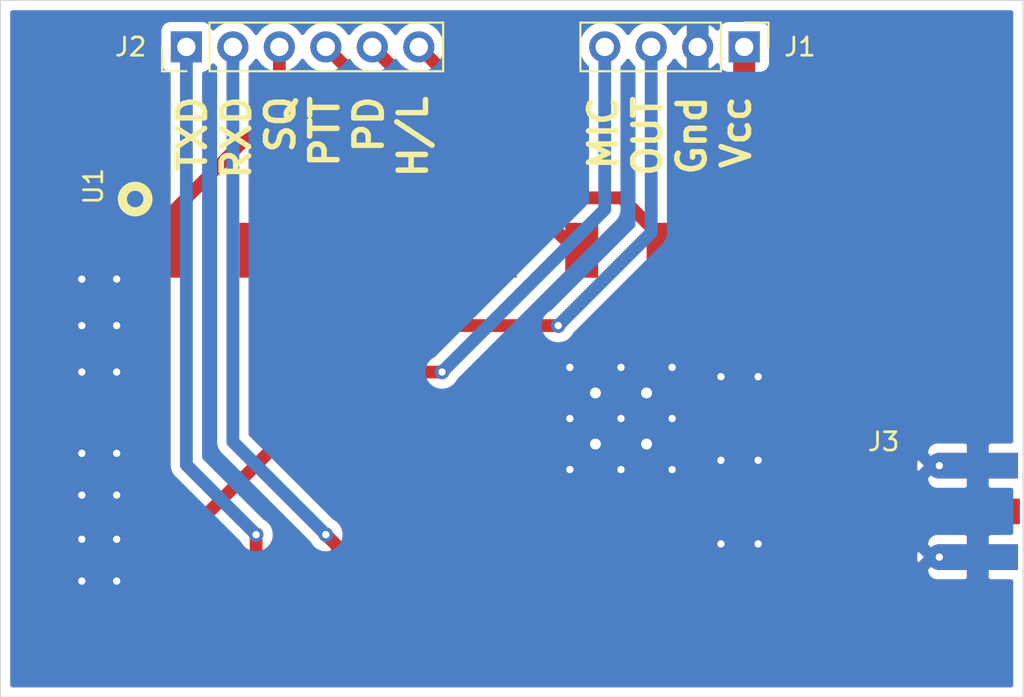
<source format=kicad_pcb>
(kicad_pcb (version 20171130) (host pcbnew 5.1.4)

  (general
    (thickness 1.6)
    (drawings 11)
    (tracks 79)
    (zones 0)
    (modules 4)
    (nets 12)
  )

  (page USLetter)
  (title_block
    (title "DRA818X Breakout PCB")
    (date 2019-10-17)
    (rev A)
    (company K7ARX)
  )

  (layers
    (0 F.Cu signal)
    (31 B.Cu signal)
    (32 B.Adhes user)
    (33 F.Adhes user)
    (34 B.Paste user)
    (35 F.Paste user)
    (36 B.SilkS user)
    (37 F.SilkS user)
    (38 B.Mask user)
    (39 F.Mask user)
    (40 Dwgs.User user)
    (41 Cmts.User user)
    (42 Eco1.User user)
    (43 Eco2.User user)
    (44 Edge.Cuts user)
    (45 Margin user)
    (46 B.CrtYd user)
    (47 F.CrtYd user)
    (48 B.Fab user)
    (49 F.Fab user)
  )

  (setup
    (last_trace_width 0.7)
    (trace_clearance 0.3)
    (zone_clearance 0.508)
    (zone_45_only no)
    (trace_min 0.2)
    (via_size 0.8)
    (via_drill 0.4)
    (via_min_size 0.4)
    (via_min_drill 0.3)
    (uvia_size 0.3)
    (uvia_drill 0.1)
    (uvias_allowed no)
    (uvia_min_size 0.2)
    (uvia_min_drill 0.1)
    (edge_width 0.05)
    (segment_width 0.2)
    (pcb_text_width 0.3)
    (pcb_text_size 1.5 1.5)
    (mod_edge_width 0.12)
    (mod_text_size 1 1)
    (mod_text_width 0.15)
    (pad_size 3 5.08)
    (pad_drill 0)
    (pad_to_mask_clearance 0.051)
    (solder_mask_min_width 0.25)
    (aux_axis_origin 0 0)
    (visible_elements FFFFFF7F)
    (pcbplotparams
      (layerselection 0x010fc_ffffffff)
      (usegerberextensions false)
      (usegerberattributes false)
      (usegerberadvancedattributes false)
      (creategerberjobfile false)
      (excludeedgelayer true)
      (linewidth 0.100000)
      (plotframeref false)
      (viasonmask false)
      (mode 1)
      (useauxorigin false)
      (hpglpennumber 1)
      (hpglpenspeed 20)
      (hpglpendiameter 15.000000)
      (psnegative false)
      (psa4output false)
      (plotreference true)
      (plotvalue true)
      (plotinvisibletext false)
      (padsonsilk false)
      (subtractmaskfromsilk false)
      (outputformat 1)
      (mirror false)
      (drillshape 1)
      (scaleselection 1)
      (outputdirectory ""))
  )

  (net 0 "")
  (net 1 VCC)
  (net 2 GND)
  (net 3 /AFOut)
  (net 4 /MIC)
  (net 5 /SQ)
  (net 6 /PTT)
  (net 7 /PD)
  (net 8 /HL)
  (net 9 /RXD)
  (net 10 /TXD)
  (net 11 /RF)

  (net_class Default "This is the default net class."
    (clearance 0.3)
    (trace_width 0.7)
    (via_dia 0.8)
    (via_drill 0.4)
    (uvia_dia 0.3)
    (uvia_drill 0.1)
    (add_net /AFOut)
    (add_net /HL)
    (add_net /MIC)
    (add_net /PD)
    (add_net /PTT)
    (add_net /RXD)
    (add_net /SQ)
    (add_net /TXD)
  )

  (net_class 50Ohm ""
    (clearance 0.5)
    (trace_width 3)
    (via_dia 0.8)
    (via_drill 0.4)
    (uvia_dia 0.3)
    (uvia_drill 0.1)
    (add_net /RF)
  )

  (net_class Power ""
    (clearance 0.3)
    (trace_width 1.2)
    (via_dia 0.8)
    (via_drill 0.4)
    (uvia_dia 0.3)
    (uvia_drill 0.1)
    (add_net GND)
    (add_net VCC)
  )

  (module k7arx:DRA818 (layer F.Cu) (tedit 5DAA84C8) (tstamp 5DA99AB6)
    (at 132.08 101.6)
    (path /5DA96132)
    (fp_text reference U1 (at -17.78 -12.7 90) (layer F.SilkS)
      (effects (font (size 1 1) (thickness 0.15)))
    )
    (fp_text value DRA818X (at -20.32 -12.7 90) (layer F.Fab) hide
      (effects (font (size 1 1) (thickness 0.15)))
    )
    (fp_circle (center -15.5 -12) (end -14.8 -12) (layer F.SilkS) (width 0.5))
    (pad 0 smd rect (at 11.05 0) (size 6.4 6.4) (layers F.Cu F.Paste F.Mask)
      (net 2 GND))
    (pad 0 smd rect (at -17.5 5.5) (size 3 8) (layers F.Cu F.Paste F.Mask)
      (net 2 GND))
    (pad 0 smd rect (at -17.5 -5.08) (size 3 6.6) (layers F.Cu F.Paste F.Mask)
      (net 2 GND))
    (pad 18 smd rect (at -13.35 9.2) (size 1.8 3) (layers F.Cu F.Paste F.Mask)
      (net 4 /MIC))
    (pad 17 smd rect (at -8.89 9.2) (size 1.8 3) (layers F.Cu F.Paste F.Mask)
      (net 10 /TXD))
    (pad 16 smd rect (at -4.45 9.2) (size 1.8 3) (layers F.Cu F.Paste F.Mask)
      (net 9 /RXD))
    (pad 15 smd rect (at 0 9.2) (size 1.8 3) (layers F.Cu F.Paste F.Mask))
    (pad 14 smd rect (at 4.45 9.2) (size 1.8 3) (layers F.Cu F.Paste F.Mask))
    (pad 13 smd rect (at 9.2 9.2) (size 1.8 3) (layers F.Cu F.Paste F.Mask))
    (pad 12 smd rect (at 13.35 9.2) (size 1.8 3) (layers F.Cu F.Paste F.Mask)
      (net 11 /RF))
    (pad 11 smd rect (at 17.5 6.9) (size 3 1.8) (layers F.Cu F.Paste F.Mask)
      (net 2 GND))
    (pad 10 smd rect (at 17.5 2.3) (size 3 1.8) (layers F.Cu F.Paste F.Mask)
      (net 2 GND))
    (pad 9 smd rect (at 17.5 -2.3) (size 3 1.8) (layers F.Cu F.Paste F.Mask)
      (net 2 GND))
    (pad 8 smd rect (at 17.5 -6.9) (size 3 1.8) (layers F.Cu F.Paste F.Mask)
      (net 1 VCC))
    (pad 7 smd rect (at 13.35 -9.2) (size 1.8 3) (layers F.Cu F.Paste F.Mask)
      (net 8 /HL))
    (pad 6 smd rect (at 8.9 -9.2) (size 1.8 3) (layers F.Cu F.Paste F.Mask)
      (net 7 /PD))
    (pad 5 smd rect (at 4.45 -9.2) (size 1.8 3) (layers F.Cu F.Paste F.Mask)
      (net 6 /PTT))
    (pad 4 smd rect (at 0 -9.2) (size 1.8 3) (layers F.Cu F.Paste F.Mask))
    (pad 3 smd rect (at -4.45 -9.2) (size 1.8 3) (layers F.Cu F.Paste F.Mask)
      (net 3 /AFOut))
    (pad 2 smd rect (at -8.9 -9.2) (size 1.8 3) (layers F.Cu F.Paste F.Mask))
    (pad 1 smd rect (at -13.35 -9.2) (size 1.8 3) (layers F.Cu F.Paste F.Mask)
      (net 5 /SQ))
  )

  (module k7arx:SMA_Board_Edge (layer F.Cu) (tedit 5DAA7EC6) (tstamp 5DAACDA5)
    (at 164.925 106.68 180)
    (path /5DA97D80)
    (fp_text reference J3 (at 7.445 3.81) (layer F.SilkS)
      (effects (font (size 1 1) (thickness 0.15)))
    )
    (fp_text value Conn_Coaxial (at 6.985 -6.985) (layer F.Fab) hide
      (effects (font (size 1 1) (thickness 0.15)))
    )
    (pad 1 smd rect (at 5.5 0 180) (size 1.4 1.4) (layers F.Cu F.Paste F.Mask)
      (net 11 /RF))
    (pad 2 smd rect (at 2.3 2.5 180) (size 4.4 1.4) (layers B.Cu B.Paste B.Mask)
      (net 2 GND))
    (pad 2 smd rect (at 2.3 -2.5 180) (size 4.4 1.4) (layers B.Cu B.Paste B.Mask)
      (net 2 GND))
    (pad 2 thru_hole circle (at 4.4 2.5 180) (size 1.4 1.4) (drill 0.4) (layers *.Cu *.Mask)
      (net 2 GND))
    (pad 2 thru_hole circle (at 4.4 -2.5 180) (size 1.4 1.4) (drill 0.4) (layers *.Cu *.Mask)
      (net 2 GND))
    (pad 2 smd rect (at 2.3 2.5 180) (size 4.4 1.4) (layers F.Cu F.Paste F.Mask)
      (net 2 GND))
    (pad 2 smd rect (at 2.3 -2.5 180) (size 4.4 1.4) (layers F.Cu F.Paste F.Mask)
      (net 2 GND))
    (pad 1 smd rect (at 3 0 180) (size 6 1.4) (layers F.Cu F.Paste F.Mask)
      (net 11 /RF))
  )

  (module Connector_PinHeader_2.54mm:PinHeader_1x04_P2.54mm_Vertical (layer F.Cu) (tedit 59FED5CC) (tstamp 5DA99A5B)
    (at 149.86 81.28 270)
    (descr "Through hole straight pin header, 1x04, 2.54mm pitch, single row")
    (tags "Through hole pin header THT 1x04 2.54mm single row")
    (path /5DA9D830)
    (fp_text reference J1 (at 0 -3.048 180) (layer F.SilkS)
      (effects (font (size 1 1) (thickness 0.15)))
    )
    (fp_text value Conn_01x04 (at 0 9.95 90) (layer F.Fab) hide
      (effects (font (size 1 1) (thickness 0.15)))
    )
    (fp_line (start -0.635 -1.27) (end 1.27 -1.27) (layer F.Fab) (width 0.1))
    (fp_line (start 1.27 -1.27) (end 1.27 8.89) (layer F.Fab) (width 0.1))
    (fp_line (start 1.27 8.89) (end -1.27 8.89) (layer F.Fab) (width 0.1))
    (fp_line (start -1.27 8.89) (end -1.27 -0.635) (layer F.Fab) (width 0.1))
    (fp_line (start -1.27 -0.635) (end -0.635 -1.27) (layer F.Fab) (width 0.1))
    (fp_line (start -1.33 8.95) (end 1.33 8.95) (layer F.SilkS) (width 0.12))
    (fp_line (start -1.33 1.27) (end -1.33 8.95) (layer F.SilkS) (width 0.12))
    (fp_line (start 1.33 1.27) (end 1.33 8.95) (layer F.SilkS) (width 0.12))
    (fp_line (start -1.33 1.27) (end 1.33 1.27) (layer F.SilkS) (width 0.12))
    (fp_line (start -1.33 0) (end -1.33 -1.33) (layer F.SilkS) (width 0.12))
    (fp_line (start -1.33 -1.33) (end 0 -1.33) (layer F.SilkS) (width 0.12))
    (fp_line (start -1.8 -1.8) (end -1.8 9.4) (layer F.CrtYd) (width 0.05))
    (fp_line (start -1.8 9.4) (end 1.8 9.4) (layer F.CrtYd) (width 0.05))
    (fp_line (start 1.8 9.4) (end 1.8 -1.8) (layer F.CrtYd) (width 0.05))
    (fp_line (start 1.8 -1.8) (end -1.8 -1.8) (layer F.CrtYd) (width 0.05))
    (fp_text user %R (at 0 3.81) (layer F.Fab) hide
      (effects (font (size 1 1) (thickness 0.15)))
    )
    (pad 1 thru_hole rect (at 0 0 270) (size 1.7 1.7) (drill 1) (layers *.Cu *.Mask)
      (net 1 VCC))
    (pad 2 thru_hole oval (at 0 2.54 270) (size 1.7 1.7) (drill 1) (layers *.Cu *.Mask)
      (net 2 GND))
    (pad 3 thru_hole oval (at 0 5.08 270) (size 1.7 1.7) (drill 1) (layers *.Cu *.Mask)
      (net 3 /AFOut))
    (pad 4 thru_hole oval (at 0 7.62 270) (size 1.7 1.7) (drill 1) (layers *.Cu *.Mask)
      (net 4 /MIC))
    (model ${KISYS3DMOD}/Connector_PinHeader_2.54mm.3dshapes/PinHeader_1x04_P2.54mm_Vertical.wrl
      (at (xyz 0 0 0))
      (scale (xyz 1 1 1))
      (rotate (xyz 0 0 0))
    )
  )

  (module Connector_PinHeader_2.54mm:PinHeader_1x06_P2.54mm_Vertical (layer F.Cu) (tedit 59FED5CC) (tstamp 5DA9A26B)
    (at 119.38 81.28 90)
    (descr "Through hole straight pin header, 1x06, 2.54mm pitch, single row")
    (tags "Through hole pin header THT 1x06 2.54mm single row")
    (path /5DA9BBE0)
    (fp_text reference J2 (at 0 -3.048 180) (layer F.SilkS)
      (effects (font (size 1 1) (thickness 0.15)))
    )
    (fp_text value Conn_01x06 (at 0 15.03 90) (layer F.Fab) hide
      (effects (font (size 1 1) (thickness 0.15)))
    )
    (fp_line (start -0.635 -1.27) (end 1.27 -1.27) (layer F.Fab) (width 0.1))
    (fp_line (start 1.27 -1.27) (end 1.27 13.97) (layer F.Fab) (width 0.1))
    (fp_line (start 1.27 13.97) (end -1.27 13.97) (layer F.Fab) (width 0.1))
    (fp_line (start -1.27 13.97) (end -1.27 -0.635) (layer F.Fab) (width 0.1))
    (fp_line (start -1.27 -0.635) (end -0.635 -1.27) (layer F.Fab) (width 0.1))
    (fp_line (start -1.33 14.03) (end 1.33 14.03) (layer F.SilkS) (width 0.12))
    (fp_line (start -1.33 1.27) (end -1.33 14.03) (layer F.SilkS) (width 0.12))
    (fp_line (start 1.33 1.27) (end 1.33 14.03) (layer F.SilkS) (width 0.12))
    (fp_line (start -1.33 1.27) (end 1.33 1.27) (layer F.SilkS) (width 0.12))
    (fp_line (start -1.33 0) (end -1.33 -1.33) (layer F.SilkS) (width 0.12))
    (fp_line (start -1.33 -1.33) (end 0 -1.33) (layer F.SilkS) (width 0.12))
    (fp_line (start -1.8 -1.8) (end -1.8 14.5) (layer F.CrtYd) (width 0.05))
    (fp_line (start -1.8 14.5) (end 1.8 14.5) (layer F.CrtYd) (width 0.05))
    (fp_line (start 1.8 14.5) (end 1.8 -1.8) (layer F.CrtYd) (width 0.05))
    (fp_line (start 1.8 -1.8) (end -1.8 -1.8) (layer F.CrtYd) (width 0.05))
    (fp_text user %R (at 0 6.35) (layer F.Fab) hide
      (effects (font (size 1 1) (thickness 0.15)))
    )
    (pad 1 thru_hole rect (at 0 0 90) (size 1.7 1.7) (drill 1) (layers *.Cu *.Mask)
      (net 10 /TXD))
    (pad 2 thru_hole oval (at 0 2.54 90) (size 1.7 1.7) (drill 1) (layers *.Cu *.Mask)
      (net 9 /RXD))
    (pad 3 thru_hole oval (at 0 5.08 90) (size 1.7 1.7) (drill 1) (layers *.Cu *.Mask)
      (net 5 /SQ))
    (pad 4 thru_hole oval (at 0 7.62 90) (size 1.7 1.7) (drill 1) (layers *.Cu *.Mask)
      (net 6 /PTT))
    (pad 5 thru_hole oval (at 0 10.16 90) (size 1.7 1.7) (drill 1) (layers *.Cu *.Mask)
      (net 7 /PD))
    (pad 6 thru_hole oval (at 0 12.7 90) (size 1.7 1.7) (drill 1) (layers *.Cu *.Mask)
      (net 8 /HL))
    (model ${KISYS3DMOD}/Connector_PinHeader_2.54mm.3dshapes/PinHeader_1x06_P2.54mm_Vertical.wrl
      (at (xyz 0 0 0))
      (scale (xyz 1 1 1))
      (rotate (xyz 0 0 0))
    )
  )

  (gr_poly (pts (xy 141.097 99.568) (xy 142.367 99.568) (xy 142.367 100.838) (xy 141.097 100.838)) (layer B.Mask) (width 0.1))
  (gr_poly (pts (xy 141.097 102.362) (xy 142.367 102.362) (xy 142.367 103.632) (xy 141.097 103.632)) (layer B.Mask) (width 0.1))
  (gr_poly (pts (xy 143.891 102.362) (xy 145.161 102.362) (xy 145.161 103.632) (xy 143.891 103.632)) (layer B.Mask) (width 0.1))
  (gr_poly (pts (xy 143.891 99.568) (xy 145.161 99.568) (xy 145.161 100.838) (xy 143.891 100.838)) (layer B.Mask) (width 0.1))
  (gr_text "DRA818X\nK7ARX" (at 160.02 90.17 90) (layer F.Cu)
    (effects (font (size 2.2 2.2) (thickness 0.4)))
  )
  (gr_text "MIC\nOUT\nGnd\nVcc" (at 145.796 83.82 90) (layer F.SilkS) (tstamp 5DA9A1B0)
    (effects (font (size 1.5 1.5) (thickness 0.3)) (justify right))
  )
  (gr_text "TXD\nRXD\nSQ\nPTT\nPD\nH/L" (at 125.73 83.82 90) (layer F.SilkS)
    (effects (font (size 1.5 1.5) (thickness 0.3)) (justify right))
  )
  (gr_line (start 109.22 116.84) (end 165.1 116.84) (layer Edge.Cuts) (width 0.05) (tstamp 5DA99E0A))
  (gr_line (start 109.22 78.74) (end 109.22 116.84) (layer Edge.Cuts) (width 0.05))
  (gr_line (start 165.1 78.74) (end 109.22 78.74) (layer Edge.Cuts) (width 0.05))
  (gr_line (start 165.1 116.84) (end 165.1 78.74) (layer Edge.Cuts) (width 0.05))

  (via (at 145.923 104.394) (size 0.8) (drill 0.4) (layers F.Cu B.Cu) (net 2))
  (via (at 140.335 104.394) (size 0.8) (drill 0.4) (layers F.Cu B.Cu) (net 2))
  (via (at 141.732 102.997) (size 1) (drill 0.6) (layers F.Cu B.Cu) (net 2))
  (via (at 144.526 102.997) (size 1) (drill 0.6) (layers F.Cu B.Cu) (net 2))
  (via (at 145.923 98.806) (size 0.8) (drill 0.4) (layers F.Cu B.Cu) (net 2))
  (via (at 144.526 100.203) (size 1) (drill 0.6) (layers F.Cu B.Cu) (net 2))
  (via (at 140.335 98.806) (size 0.8) (drill 0.4) (layers F.Cu B.Cu) (net 2))
  (via (at 141.732 100.203) (size 1) (drill 0.6) (layers F.Cu B.Cu) (net 2))
  (via (at 140.335 101.6) (size 0.8) (drill 0.4) (layers F.Cu B.Cu) (net 2))
  (via (at 145.923 101.6) (size 0.8) (drill 0.4) (layers F.Cu B.Cu) (net 2))
  (via (at 143.129 104.394) (size 0.8) (drill 0.4) (layers F.Cu B.Cu) (net 2))
  (via (at 143.129 98.806) (size 0.8) (drill 0.4) (layers F.Cu B.Cu) (net 2))
  (via (at 143.129 101.6) (size 0.8) (drill 0.4) (layers F.Cu B.Cu) (net 2))
  (via (at 113.665 96.52) (size 0.8) (drill 0.4) (layers F.Cu B.Cu) (net 2))
  (via (at 115.57 96.52) (size 0.8) (drill 0.4) (layers F.Cu B.Cu) (net 2))
  (via (at 148.59 108.458) (size 0.8) (drill 0.4) (layers F.Cu B.Cu) (net 2))
  (via (at 150.622 108.458) (size 0.8) (drill 0.4) (layers F.Cu B.Cu) (net 2))
  (via (at 148.59 103.886) (size 0.8) (drill 0.4) (layers F.Cu B.Cu) (net 2))
  (via (at 150.622 103.886) (size 0.8) (drill 0.4) (layers F.Cu B.Cu) (net 2))
  (via (at 148.59 99.314) (size 0.8) (drill 0.4) (layers F.Cu B.Cu) (net 2))
  (via (at 150.622 99.314) (size 0.8) (drill 0.4) (layers F.Cu B.Cu) (net 2))
  (via (at 115.57 110.49) (size 0.8) (drill 0.4) (layers F.Cu B.Cu) (net 2))
  (via (at 115.57 108.204) (size 0.8) (drill 0.4) (layers F.Cu B.Cu) (net 2))
  (via (at 113.665 108.204) (size 0.8) (drill 0.4) (layers F.Cu B.Cu) (net 2))
  (via (at 113.665 110.49) (size 0.8) (drill 0.4) (layers F.Cu B.Cu) (net 2))
  (via (at 113.665 105.791) (size 0.8) (drill 0.4) (layers F.Cu B.Cu) (net 2) (tstamp 5DAADB41))
  (via (at 113.665 103.505) (size 0.8) (drill 0.4) (layers F.Cu B.Cu) (net 2))
  (via (at 115.57 103.505) (size 0.8) (drill 0.4) (layers F.Cu B.Cu) (net 2))
  (via (at 115.57 105.791) (size 0.8) (drill 0.4) (layers F.Cu B.Cu) (net 2))
  (via (at 113.665 99.06) (size 0.8) (drill 0.4) (layers F.Cu B.Cu) (net 2))
  (via (at 115.57 99.06) (size 0.8) (drill 0.4) (layers F.Cu B.Cu) (net 2))
  (via (at 115.57 93.98) (size 0.8) (drill 0.4) (layers F.Cu B.Cu) (net 2))
  (via (at 113.665 93.98) (size 0.8) (drill 0.4) (layers F.Cu B.Cu) (net 2))
  (segment (start 149.86 94.42) (end 149.58 94.7) (width 0.7) (layer F.Cu) (net 1))
  (segment (start 149.86 81.28) (end 149.86 94.42) (width 1.2) (layer F.Cu) (net 1))
  (segment (start 127.63 93) (end 131.15 96.52) (width 0.7) (layer F.Cu) (net 3))
  (segment (start 127.63 92.4) (end 127.63 93) (width 0.7) (layer F.Cu) (net 3))
  (via (at 139.7 96.52) (size 0.8) (drill 0.4) (layers F.Cu B.Cu) (net 3))
  (segment (start 144.78 91.44) (end 144.78 81.28) (width 0.7) (layer B.Cu) (net 3))
  (segment (start 139.7 96.52) (end 144.78 91.44) (width 0.7) (layer B.Cu) (net 3))
  (segment (start 131.15 96.52) (end 139.7 96.52) (width 0.7) (layer F.Cu) (net 3))
  (segment (start 118.73 110.8) (end 118.73 108.6) (width 0.7) (layer F.Cu) (net 4))
  (via (at 133.35 99.06) (size 0.8) (drill 0.4) (layers F.Cu B.Cu) (net 4))
  (segment (start 118.73 108.6) (end 128.27 99.06) (width 0.7) (layer F.Cu) (net 4))
  (segment (start 142.24 81.28) (end 142.24 90.17) (width 0.7) (layer B.Cu) (net 4))
  (segment (start 142.24 90.17) (end 133.35 99.06) (width 0.7) (layer B.Cu) (net 4))
  (segment (start 133.35 99.06) (end 128.27 99.06) (width 0.7) (layer F.Cu) (net 4))
  (segment (start 119.055 92.4) (end 118.73 92.4) (width 0.7) (layer F.Cu) (net 5))
  (segment (start 124.46 84.47) (end 124.46 84.455) (width 0.7) (layer F.Cu) (net 5))
  (segment (start 118.73 92.4) (end 118.73 90.2) (width 0.7) (layer F.Cu) (net 5))
  (segment (start 118.73 90.2) (end 124.46 84.47) (width 0.7) (layer F.Cu) (net 5))
  (segment (start 124.46 81.28) (end 124.46 84.455) (width 0.7) (layer F.Cu) (net 5))
  (segment (start 127.849999 82.129999) (end 127 81.28) (width 0.7) (layer F.Cu) (net 6))
  (segment (start 136.53 90.81) (end 127.849999 82.129999) (width 0.7) (layer F.Cu) (net 6))
  (segment (start 136.53 92.4) (end 136.53 90.81) (width 0.7) (layer F.Cu) (net 6))
  (segment (start 140.66 92.4) (end 140.98 92.4) (width 0.7) (layer F.Cu) (net 7))
  (segment (start 129.54 81.28) (end 140.66 92.4) (width 0.7) (layer F.Cu) (net 7))
  (segment (start 145.43 91.8) (end 145.43 92.4) (width 0.7) (layer F.Cu) (net 8))
  (segment (start 140.335 89.535) (end 143.165 89.535) (width 0.7) (layer F.Cu) (net 8))
  (segment (start 143.165 89.535) (end 143.655 90.025) (width 0.7) (layer F.Cu) (net 8))
  (segment (start 132.08 81.28) (end 140.335 89.535) (width 0.7) (layer F.Cu) (net 8))
  (segment (start 143.655 90.025) (end 145.43 91.8) (width 0.7) (layer F.Cu) (net 8))
  (segment (start 127.63 110.8) (end 127.63 108.58) (width 0.7) (layer F.Cu) (net 9))
  (via (at 127 107.95) (size 0.8) (drill 0.4) (layers F.Cu B.Cu) (net 9))
  (segment (start 127.63 108.58) (end 127 107.95) (width 0.7) (layer F.Cu) (net 9))
  (segment (start 127 107.95) (end 123.19 104.14) (width 0.7) (layer B.Cu) (net 9))
  (segment (start 121.92 102.87) (end 123.19 104.14) (width 0.7) (layer B.Cu) (net 9))
  (segment (start 121.92 81.28) (end 121.92 102.87) (width 0.7) (layer B.Cu) (net 9))
  (via (at 123.19 107.95) (size 0.8) (drill 0.4) (layers F.Cu B.Cu) (net 10))
  (segment (start 123.19 110.8) (end 123.19 107.95) (width 0.7) (layer F.Cu) (net 10))
  (segment (start 119.38 104.14) (end 119.38 81.28) (width 0.7) (layer B.Cu) (net 10))
  (segment (start 123.19 107.95) (end 119.38 104.14) (width 0.7) (layer B.Cu) (net 10))
  (segment (start 154.94 108.458) (end 154.94 112.268) (width 2.999999) (layer F.Cu) (net 11))
  (segment (start 154.94 112.268) (end 153.162 114.046) (width 3) (layer F.Cu) (net 11))
  (segment (start 153.162 114.046) (end 147.066 114.046) (width 3) (layer F.Cu) (net 11))
  (segment (start 145.43 112.41) (end 145.43 110.8) (width 3) (layer F.Cu) (net 11))
  (segment (start 147.066 114.046) (end 145.43 112.41) (width 3) (layer F.Cu) (net 11))
  (segment (start 156.718 106.68) (end 154.94 108.458) (width 3) (layer F.Cu) (net 11))
  (segment (start 159.425 106.68) (end 156.718 106.68) (width 3) (layer F.Cu) (net 11))

  (zone (net 2) (net_name GND) (layer B.Cu) (tstamp 5DAACDC8) (hatch edge 0.508)
    (connect_pads (clearance 0.508))
    (min_thickness 0.254)
    (fill yes (arc_segments 32) (thermal_gap 0.508) (thermal_bridge_width 1.2))
    (polygon
      (pts
        (xy 109.22 78.74) (xy 165.1 78.74) (xy 165.1 116.84) (xy 109.22 116.84)
      )
    )
    (filled_polygon
      (pts
        (xy 164.44 102.842682) (xy 163.25675 102.845) (xy 163.098 103.00375) (xy 163.098 103.707) (xy 163.118 103.707)
        (xy 163.118 104.653) (xy 163.098 104.653) (xy 163.098 105.35625) (xy 163.25675 105.515) (xy 164.44 105.517318)
        (xy 164.44 107.842682) (xy 163.25675 107.845) (xy 163.098 108.00375) (xy 163.098 108.707) (xy 163.118 108.707)
        (xy 163.118 109.653) (xy 163.098 109.653) (xy 163.098 110.35625) (xy 163.25675 110.515) (xy 164.44 110.517318)
        (xy 164.44 116.18) (xy 109.88 116.18) (xy 109.88 109.084007) (xy 159.18698 109.084007) (xy 159.193963 109.346886)
        (xy 159.231417 109.535183) (xy 159.42403 109.612047) (xy 159.79 109.246077) (xy 159.79 109.653002) (xy 159.948748 109.653002)
        (xy 159.79 109.81175) (xy 159.786928 109.88) (xy 159.799188 110.004482) (xy 159.835498 110.12418) (xy 159.894463 110.234494)
        (xy 159.973815 110.331185) (xy 160.070506 110.410537) (xy 160.164764 110.460919) (xy 160.169817 110.473583) (xy 160.226062 110.483226)
        (xy 160.300518 110.505812) (xy 160.425 110.518072) (xy 161.99325 110.515) (xy 162.152 110.35625) (xy 162.152 109.653)
        (xy 162.132 109.653) (xy 162.132 108.707) (xy 162.152 108.707) (xy 162.152 108.00375) (xy 161.99325 107.845)
        (xy 160.622951 107.842316) (xy 160.620993 107.84198) (xy 160.609356 107.842289) (xy 160.425 107.841928) (xy 160.300518 107.854188)
        (xy 160.240852 107.872287) (xy 160.169817 107.886417) (xy 160.164764 107.899081) (xy 160.070506 107.949463) (xy 159.973815 108.028815)
        (xy 159.894463 108.125506) (xy 159.835498 108.23582) (xy 159.799188 108.355518) (xy 159.786928 108.48) (xy 159.79 108.54825)
        (xy 159.948748 108.706998) (xy 159.79 108.706998) (xy 159.79 109.113923) (xy 159.42403 108.747953) (xy 159.231417 108.824817)
        (xy 159.18698 109.084007) (xy 109.88 109.084007) (xy 109.88 80.43) (xy 117.891928 80.43) (xy 117.891928 82.13)
        (xy 117.904188 82.254482) (xy 117.940498 82.37418) (xy 117.999463 82.484494) (xy 118.078815 82.581185) (xy 118.175506 82.660537)
        (xy 118.28582 82.719502) (xy 118.395001 82.752622) (xy 118.395 104.09162) (xy 118.390235 104.14) (xy 118.395 104.188379)
        (xy 118.409253 104.333093) (xy 118.465576 104.518766) (xy 118.55704 104.689884) (xy 118.68013 104.83987) (xy 118.717716 104.870716)
        (xy 122.26257 108.415571) (xy 122.272795 108.440256) (xy 122.386063 108.609774) (xy 122.530226 108.753937) (xy 122.699744 108.867205)
        (xy 122.888102 108.945226) (xy 123.088061 108.985) (xy 123.291939 108.985) (xy 123.491898 108.945226) (xy 123.680256 108.867205)
        (xy 123.849774 108.753937) (xy 123.993937 108.609774) (xy 124.107205 108.440256) (xy 124.185226 108.251898) (xy 124.225 108.051939)
        (xy 124.225 107.848061) (xy 124.185226 107.648102) (xy 124.107205 107.459744) (xy 123.993937 107.290226) (xy 123.849774 107.146063)
        (xy 123.680256 107.032795) (xy 123.655571 107.02257) (xy 120.365 103.732) (xy 120.365 82.752621) (xy 120.47418 82.719502)
        (xy 120.584494 82.660537) (xy 120.681185 82.581185) (xy 120.760537 82.484494) (xy 120.819502 82.37418) (xy 120.840393 82.305313)
        (xy 120.864866 82.335134) (xy 120.935 82.392692) (xy 120.935001 102.82161) (xy 120.930235 102.87) (xy 120.949253 103.063093)
        (xy 121.005576 103.248766) (xy 121.005577 103.248767) (xy 121.097041 103.419884) (xy 121.220131 103.56987) (xy 121.257711 103.600711)
        (xy 122.45929 104.80229) (xy 126.07257 108.415571) (xy 126.082795 108.440256) (xy 126.196063 108.609774) (xy 126.340226 108.753937)
        (xy 126.509744 108.867205) (xy 126.698102 108.945226) (xy 126.898061 108.985) (xy 127.101939 108.985) (xy 127.301898 108.945226)
        (xy 127.490256 108.867205) (xy 127.659774 108.753937) (xy 127.803937 108.609774) (xy 127.917205 108.440256) (xy 127.995226 108.251898)
        (xy 128.035 108.051939) (xy 128.035 107.848061) (xy 127.995226 107.648102) (xy 127.917205 107.459744) (xy 127.803937 107.290226)
        (xy 127.659774 107.146063) (xy 127.490256 107.032795) (xy 127.465571 107.02257) (xy 124.527008 104.084007) (xy 159.18698 104.084007)
        (xy 159.193963 104.346886) (xy 159.231417 104.535183) (xy 159.42403 104.612047) (xy 159.79 104.246077) (xy 159.79 104.653002)
        (xy 159.948748 104.653002) (xy 159.79 104.81175) (xy 159.786928 104.88) (xy 159.799188 105.004482) (xy 159.835498 105.12418)
        (xy 159.894463 105.234494) (xy 159.973815 105.331185) (xy 160.070506 105.410537) (xy 160.164764 105.460919) (xy 160.169817 105.473583)
        (xy 160.226062 105.483226) (xy 160.300518 105.505812) (xy 160.425 105.518072) (xy 161.99325 105.515) (xy 162.152 105.35625)
        (xy 162.152 104.653) (xy 162.132 104.653) (xy 162.132 103.707) (xy 162.152 103.707) (xy 162.152 103.00375)
        (xy 161.99325 102.845) (xy 160.622951 102.842316) (xy 160.620993 102.84198) (xy 160.609356 102.842289) (xy 160.425 102.841928)
        (xy 160.300518 102.854188) (xy 160.240852 102.872287) (xy 160.169817 102.886417) (xy 160.164764 102.899081) (xy 160.070506 102.949463)
        (xy 159.973815 103.028815) (xy 159.894463 103.125506) (xy 159.835498 103.23582) (xy 159.799188 103.355518) (xy 159.786928 103.48)
        (xy 159.79 103.54825) (xy 159.948748 103.706998) (xy 159.79 103.706998) (xy 159.79 104.113923) (xy 159.42403 103.747953)
        (xy 159.231417 103.824817) (xy 159.18698 104.084007) (xy 124.527008 104.084007) (xy 123.85229 103.40929) (xy 122.905 102.462)
        (xy 122.905 98.958061) (xy 132.315 98.958061) (xy 132.315 99.161939) (xy 132.354774 99.361898) (xy 132.432795 99.550256)
        (xy 132.546063 99.719774) (xy 132.690226 99.863937) (xy 132.859744 99.977205) (xy 133.048102 100.055226) (xy 133.248061 100.095)
        (xy 133.451939 100.095) (xy 133.651898 100.055226) (xy 133.840256 99.977205) (xy 134.009774 99.863937) (xy 134.153937 99.719774)
        (xy 134.267205 99.550256) (xy 134.277431 99.525569) (xy 142.90229 90.900711) (xy 142.93987 90.86987) (xy 143.06296 90.719884)
        (xy 143.154424 90.548767) (xy 143.210747 90.363094) (xy 143.225 90.21838) (xy 143.229765 90.17) (xy 143.225 90.12162)
        (xy 143.225 82.392692) (xy 143.295134 82.335134) (xy 143.480706 82.109014) (xy 143.51 82.054209) (xy 143.539294 82.109014)
        (xy 143.724866 82.335134) (xy 143.795001 82.392692) (xy 143.795 91.031999) (xy 139.234431 95.592569) (xy 139.209744 95.602795)
        (xy 139.040226 95.716063) (xy 138.896063 95.860226) (xy 138.782795 96.029744) (xy 138.704774 96.218102) (xy 138.665 96.418061)
        (xy 138.665 96.621939) (xy 138.704774 96.821898) (xy 138.782795 97.010256) (xy 138.896063 97.179774) (xy 139.040226 97.323937)
        (xy 139.209744 97.437205) (xy 139.398102 97.515226) (xy 139.598061 97.555) (xy 139.801939 97.555) (xy 140.001898 97.515226)
        (xy 140.190256 97.437205) (xy 140.359774 97.323937) (xy 140.503937 97.179774) (xy 140.617205 97.010256) (xy 140.627431 96.985569)
        (xy 145.44229 92.170711) (xy 145.47987 92.13987) (xy 145.60296 91.989884) (xy 145.694424 91.818767) (xy 145.750747 91.633094)
        (xy 145.765 91.48838) (xy 145.765 91.488379) (xy 145.769765 91.44) (xy 145.765 91.39162) (xy 145.765 82.392692)
        (xy 145.835134 82.335134) (xy 146.020706 82.109014) (xy 146.054703 82.04541) (xy 146.163044 82.210984) (xy 146.366901 82.418806)
        (xy 146.607385 82.582865) (xy 146.632618 82.596332) (xy 146.847 82.519036) (xy 146.847 81.753) (xy 146.827 81.753)
        (xy 146.827 80.807) (xy 146.847 80.807) (xy 146.847 80.040964) (xy 147.793 80.040964) (xy 147.793 80.807)
        (xy 147.813 80.807) (xy 147.813 81.753) (xy 147.793 81.753) (xy 147.793 82.519036) (xy 148.007382 82.596332)
        (xy 148.032615 82.582865) (xy 148.273099 82.418806) (xy 148.396022 82.293492) (xy 148.420498 82.37418) (xy 148.479463 82.484494)
        (xy 148.558815 82.581185) (xy 148.655506 82.660537) (xy 148.76582 82.719502) (xy 148.885518 82.755812) (xy 149.01 82.768072)
        (xy 150.71 82.768072) (xy 150.834482 82.755812) (xy 150.95418 82.719502) (xy 151.064494 82.660537) (xy 151.161185 82.581185)
        (xy 151.240537 82.484494) (xy 151.299502 82.37418) (xy 151.335812 82.254482) (xy 151.348072 82.13) (xy 151.348072 80.43)
        (xy 151.335812 80.305518) (xy 151.299502 80.18582) (xy 151.240537 80.075506) (xy 151.161185 79.978815) (xy 151.064494 79.899463)
        (xy 150.95418 79.840498) (xy 150.834482 79.804188) (xy 150.71 79.791928) (xy 149.01 79.791928) (xy 148.885518 79.804188)
        (xy 148.76582 79.840498) (xy 148.655506 79.899463) (xy 148.558815 79.978815) (xy 148.479463 80.075506) (xy 148.420498 80.18582)
        (xy 148.396022 80.266508) (xy 148.273099 80.141194) (xy 148.032615 79.977135) (xy 148.007382 79.963668) (xy 147.793 80.040964)
        (xy 146.847 80.040964) (xy 146.632618 79.963668) (xy 146.607385 79.977135) (xy 146.366901 80.141194) (xy 146.163044 80.349016)
        (xy 146.054703 80.51459) (xy 146.020706 80.450986) (xy 145.835134 80.224866) (xy 145.609014 80.039294) (xy 145.351034 79.901401)
        (xy 145.071111 79.816487) (xy 144.85295 79.795) (xy 144.70705 79.795) (xy 144.488889 79.816487) (xy 144.208966 79.901401)
        (xy 143.950986 80.039294) (xy 143.724866 80.224866) (xy 143.539294 80.450986) (xy 143.51 80.505791) (xy 143.480706 80.450986)
        (xy 143.295134 80.224866) (xy 143.069014 80.039294) (xy 142.811034 79.901401) (xy 142.531111 79.816487) (xy 142.31295 79.795)
        (xy 142.16705 79.795) (xy 141.948889 79.816487) (xy 141.668966 79.901401) (xy 141.410986 80.039294) (xy 141.184866 80.224866)
        (xy 140.999294 80.450986) (xy 140.861401 80.708966) (xy 140.776487 80.988889) (xy 140.747815 81.28) (xy 140.776487 81.571111)
        (xy 140.861401 81.851034) (xy 140.999294 82.109014) (xy 141.184866 82.335134) (xy 141.255 82.392692) (xy 141.255001 89.761998)
        (xy 132.884431 98.132569) (xy 132.859744 98.142795) (xy 132.690226 98.256063) (xy 132.546063 98.400226) (xy 132.432795 98.569744)
        (xy 132.354774 98.758102) (xy 132.315 98.958061) (xy 122.905 98.958061) (xy 122.905 82.392692) (xy 122.975134 82.335134)
        (xy 123.160706 82.109014) (xy 123.19 82.054209) (xy 123.219294 82.109014) (xy 123.404866 82.335134) (xy 123.630986 82.520706)
        (xy 123.888966 82.658599) (xy 124.168889 82.743513) (xy 124.38705 82.765) (xy 124.53295 82.765) (xy 124.751111 82.743513)
        (xy 125.031034 82.658599) (xy 125.289014 82.520706) (xy 125.515134 82.335134) (xy 125.700706 82.109014) (xy 125.73 82.054209)
        (xy 125.759294 82.109014) (xy 125.944866 82.335134) (xy 126.170986 82.520706) (xy 126.428966 82.658599) (xy 126.708889 82.743513)
        (xy 126.92705 82.765) (xy 127.07295 82.765) (xy 127.291111 82.743513) (xy 127.571034 82.658599) (xy 127.829014 82.520706)
        (xy 128.055134 82.335134) (xy 128.240706 82.109014) (xy 128.27 82.054209) (xy 128.299294 82.109014) (xy 128.484866 82.335134)
        (xy 128.710986 82.520706) (xy 128.968966 82.658599) (xy 129.248889 82.743513) (xy 129.46705 82.765) (xy 129.61295 82.765)
        (xy 129.831111 82.743513) (xy 130.111034 82.658599) (xy 130.369014 82.520706) (xy 130.595134 82.335134) (xy 130.780706 82.109014)
        (xy 130.81 82.054209) (xy 130.839294 82.109014) (xy 131.024866 82.335134) (xy 131.250986 82.520706) (xy 131.508966 82.658599)
        (xy 131.788889 82.743513) (xy 132.00705 82.765) (xy 132.15295 82.765) (xy 132.371111 82.743513) (xy 132.651034 82.658599)
        (xy 132.909014 82.520706) (xy 133.135134 82.335134) (xy 133.320706 82.109014) (xy 133.458599 81.851034) (xy 133.543513 81.571111)
        (xy 133.572185 81.28) (xy 133.543513 80.988889) (xy 133.458599 80.708966) (xy 133.320706 80.450986) (xy 133.135134 80.224866)
        (xy 132.909014 80.039294) (xy 132.651034 79.901401) (xy 132.371111 79.816487) (xy 132.15295 79.795) (xy 132.00705 79.795)
        (xy 131.788889 79.816487) (xy 131.508966 79.901401) (xy 131.250986 80.039294) (xy 131.024866 80.224866) (xy 130.839294 80.450986)
        (xy 130.81 80.505791) (xy 130.780706 80.450986) (xy 130.595134 80.224866) (xy 130.369014 80.039294) (xy 130.111034 79.901401)
        (xy 129.831111 79.816487) (xy 129.61295 79.795) (xy 129.46705 79.795) (xy 129.248889 79.816487) (xy 128.968966 79.901401)
        (xy 128.710986 80.039294) (xy 128.484866 80.224866) (xy 128.299294 80.450986) (xy 128.27 80.505791) (xy 128.240706 80.450986)
        (xy 128.055134 80.224866) (xy 127.829014 80.039294) (xy 127.571034 79.901401) (xy 127.291111 79.816487) (xy 127.07295 79.795)
        (xy 126.92705 79.795) (xy 126.708889 79.816487) (xy 126.428966 79.901401) (xy 126.170986 80.039294) (xy 125.944866 80.224866)
        (xy 125.759294 80.450986) (xy 125.73 80.505791) (xy 125.700706 80.450986) (xy 125.515134 80.224866) (xy 125.289014 80.039294)
        (xy 125.031034 79.901401) (xy 124.751111 79.816487) (xy 124.53295 79.795) (xy 124.38705 79.795) (xy 124.168889 79.816487)
        (xy 123.888966 79.901401) (xy 123.630986 80.039294) (xy 123.404866 80.224866) (xy 123.219294 80.450986) (xy 123.19 80.505791)
        (xy 123.160706 80.450986) (xy 122.975134 80.224866) (xy 122.749014 80.039294) (xy 122.491034 79.901401) (xy 122.211111 79.816487)
        (xy 121.99295 79.795) (xy 121.84705 79.795) (xy 121.628889 79.816487) (xy 121.348966 79.901401) (xy 121.090986 80.039294)
        (xy 120.864866 80.224866) (xy 120.840393 80.254687) (xy 120.819502 80.18582) (xy 120.760537 80.075506) (xy 120.681185 79.978815)
        (xy 120.584494 79.899463) (xy 120.47418 79.840498) (xy 120.354482 79.804188) (xy 120.23 79.791928) (xy 118.53 79.791928)
        (xy 118.405518 79.804188) (xy 118.28582 79.840498) (xy 118.175506 79.899463) (xy 118.078815 79.978815) (xy 117.999463 80.075506)
        (xy 117.940498 80.18582) (xy 117.904188 80.305518) (xy 117.891928 80.43) (xy 109.88 80.43) (xy 109.88 79.4)
        (xy 164.440001 79.4)
      )
    )
  )
)

</source>
